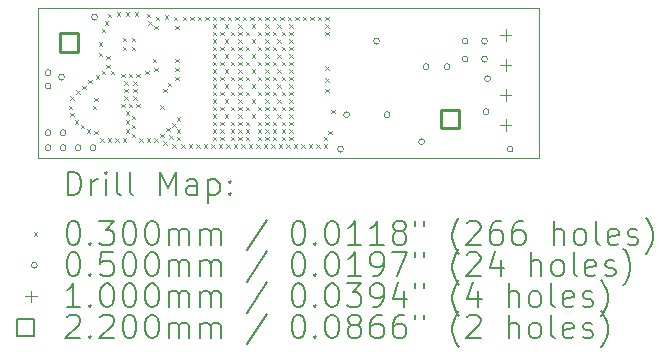
<source format=gbr>
%TF.GenerationSoftware,KiCad,Pcbnew,(6.0.9)*%
%TF.CreationDate,2022-12-24T19:37:18+02:00*%
%TF.ProjectId,GPSBoard,47505342-6f61-4726-942e-6b696361645f,rev?*%
%TF.SameCoordinates,Original*%
%TF.FileFunction,Drillmap*%
%TF.FilePolarity,Positive*%
%FSLAX45Y45*%
G04 Gerber Fmt 4.5, Leading zero omitted, Abs format (unit mm)*
G04 Created by KiCad (PCBNEW (6.0.9)) date 2022-12-24 19:37:18*
%MOMM*%
%LPD*%
G01*
G04 APERTURE LIST*
%ADD10C,0.050000*%
%ADD11C,0.200000*%
%ADD12C,0.030000*%
%ADD13C,0.100000*%
%ADD14C,0.220000*%
G04 APERTURE END LIST*
D10*
X7073900Y-6223000D02*
X11315700Y-6223000D01*
X11315700Y-6223000D02*
X11315700Y-7493000D01*
X11315700Y-7493000D02*
X7073900Y-7493000D01*
X7073900Y-7493000D02*
X7073900Y-6223000D01*
D11*
D12*
X7339100Y-7047000D02*
X7369100Y-7077000D01*
X7369100Y-7047000D02*
X7339100Y-7077000D01*
X7351000Y-6970000D02*
X7381000Y-7000000D01*
X7381000Y-6970000D02*
X7351000Y-7000000D01*
X7351000Y-7109700D02*
X7381000Y-7139700D01*
X7381000Y-7109700D02*
X7351000Y-7139700D01*
X7389100Y-7173200D02*
X7419100Y-7203200D01*
X7419100Y-7173200D02*
X7389100Y-7203200D01*
X7401800Y-6919200D02*
X7431800Y-6949200D01*
X7431800Y-6919200D02*
X7401800Y-6949200D01*
X7439900Y-7211300D02*
X7469900Y-7241300D01*
X7469900Y-7211300D02*
X7439900Y-7241300D01*
X7452600Y-6881100D02*
X7482600Y-6911100D01*
X7482600Y-6881100D02*
X7452600Y-6911100D01*
X7490700Y-7249400D02*
X7520700Y-7279400D01*
X7520700Y-7249400D02*
X7490700Y-7279400D01*
X7503400Y-6830300D02*
X7533400Y-6860300D01*
X7533400Y-6830300D02*
X7503400Y-6860300D01*
X7540700Y-7047000D02*
X7570700Y-7077000D01*
X7570700Y-7047000D02*
X7540700Y-7077000D01*
X7554200Y-6982700D02*
X7584200Y-7012700D01*
X7584200Y-6982700D02*
X7554200Y-7012700D01*
X7554200Y-7262100D02*
X7584200Y-7292100D01*
X7584200Y-7262100D02*
X7554200Y-7292100D01*
X7566900Y-6792200D02*
X7596900Y-6822200D01*
X7596900Y-6792200D02*
X7566900Y-6822200D01*
X7592300Y-6512800D02*
X7622300Y-6542800D01*
X7622300Y-6512800D02*
X7592300Y-6542800D01*
X7592300Y-6601700D02*
X7622300Y-6631700D01*
X7622300Y-6601700D02*
X7592300Y-6631700D01*
X7605000Y-7325600D02*
X7635000Y-7355600D01*
X7635000Y-7325600D02*
X7605000Y-7355600D01*
X7617700Y-6398500D02*
X7647700Y-6428500D01*
X7647700Y-6398500D02*
X7617700Y-6428500D01*
X7617700Y-6754100D02*
X7647700Y-6784100D01*
X7647700Y-6754100D02*
X7617700Y-6784100D01*
X7643100Y-6335000D02*
X7673100Y-6365000D01*
X7673100Y-6335000D02*
X7643100Y-6365000D01*
X7655800Y-6627100D02*
X7685800Y-6657100D01*
X7685800Y-6627100D02*
X7655800Y-6657100D01*
X7655800Y-6703300D02*
X7685800Y-6733300D01*
X7685800Y-6703300D02*
X7655800Y-6733300D01*
X7668500Y-6271500D02*
X7698500Y-6301500D01*
X7698500Y-6271500D02*
X7668500Y-6301500D01*
X7668500Y-7325600D02*
X7698500Y-7355600D01*
X7698500Y-7325600D02*
X7668500Y-7355600D01*
X7693900Y-6754100D02*
X7723900Y-6784100D01*
X7723900Y-6754100D02*
X7693900Y-6784100D01*
X7732000Y-7325600D02*
X7762000Y-7355600D01*
X7762000Y-7325600D02*
X7732000Y-7355600D01*
X7744700Y-6258800D02*
X7774700Y-6288800D01*
X7774700Y-6258800D02*
X7744700Y-6288800D01*
X7782800Y-6779500D02*
X7812800Y-6809500D01*
X7812800Y-6779500D02*
X7782800Y-6809500D01*
X7782800Y-7033500D02*
X7812800Y-7063500D01*
X7812800Y-7033500D02*
X7782800Y-7063500D01*
X7795500Y-6474700D02*
X7825500Y-6504700D01*
X7825500Y-6474700D02*
X7795500Y-6504700D01*
X7795500Y-6550900D02*
X7825500Y-6580900D01*
X7825500Y-6550900D02*
X7795500Y-6580900D01*
X7795500Y-7325600D02*
X7825500Y-7355600D01*
X7825500Y-7325600D02*
X7795500Y-7355600D01*
X7808200Y-6843000D02*
X7838200Y-6873000D01*
X7838200Y-6843000D02*
X7808200Y-6873000D01*
X7808200Y-6906500D02*
X7838200Y-6936500D01*
X7838200Y-6906500D02*
X7808200Y-6936500D01*
X7808200Y-6970000D02*
X7838200Y-7000000D01*
X7838200Y-6970000D02*
X7808200Y-7000000D01*
X7820900Y-6258800D02*
X7850900Y-6288800D01*
X7850900Y-6258800D02*
X7820900Y-6288800D01*
X7820900Y-7097000D02*
X7850900Y-7127000D01*
X7850900Y-7097000D02*
X7820900Y-7127000D01*
X7820900Y-7173200D02*
X7850900Y-7203200D01*
X7850900Y-7173200D02*
X7820900Y-7203200D01*
X7820900Y-7249400D02*
X7850900Y-7279400D01*
X7850900Y-7249400D02*
X7820900Y-7279400D01*
X7846300Y-6779500D02*
X7876300Y-6809500D01*
X7876300Y-6779500D02*
X7846300Y-6809500D01*
X7846300Y-7033500D02*
X7876300Y-7063500D01*
X7876300Y-7033500D02*
X7846300Y-7063500D01*
X7871700Y-6474700D02*
X7901700Y-6504700D01*
X7901700Y-6474700D02*
X7871700Y-6504700D01*
X7871700Y-6550900D02*
X7901700Y-6580900D01*
X7901700Y-6550900D02*
X7871700Y-6580900D01*
X7871700Y-7135100D02*
X7901700Y-7165100D01*
X7901700Y-7135100D02*
X7871700Y-7165100D01*
X7871700Y-7211300D02*
X7901700Y-7241300D01*
X7901700Y-7211300D02*
X7871700Y-7241300D01*
X7871700Y-7287500D02*
X7901700Y-7317500D01*
X7901700Y-7287500D02*
X7871700Y-7317500D01*
X7884400Y-6843000D02*
X7914400Y-6873000D01*
X7914400Y-6843000D02*
X7884400Y-6873000D01*
X7884400Y-6906500D02*
X7914400Y-6936500D01*
X7914400Y-6906500D02*
X7884400Y-6936500D01*
X7884400Y-6970000D02*
X7914400Y-7000000D01*
X7914400Y-6970000D02*
X7884400Y-7000000D01*
X7897100Y-6258800D02*
X7927100Y-6288800D01*
X7927100Y-6258800D02*
X7897100Y-6288800D01*
X7909800Y-6779500D02*
X7939800Y-6809500D01*
X7939800Y-6779500D02*
X7909800Y-6809500D01*
X7909800Y-7033500D02*
X7939800Y-7063500D01*
X7939800Y-7033500D02*
X7909800Y-7063500D01*
X7935200Y-7325600D02*
X7965200Y-7355600D01*
X7965200Y-7325600D02*
X7935200Y-7355600D01*
X7986000Y-6754100D02*
X8016000Y-6784100D01*
X8016000Y-6754100D02*
X7986000Y-6784100D01*
X7998700Y-6271500D02*
X8028700Y-6301500D01*
X8028700Y-6271500D02*
X7998700Y-6301500D01*
X7998700Y-7325600D02*
X8028700Y-7355600D01*
X8028700Y-7325600D02*
X7998700Y-7355600D01*
X8011400Y-6335000D02*
X8041400Y-6365000D01*
X8041400Y-6335000D02*
X8011400Y-6365000D01*
X8049500Y-6652500D02*
X8079500Y-6682500D01*
X8079500Y-6652500D02*
X8049500Y-6682500D01*
X8062200Y-6373100D02*
X8092200Y-6403100D01*
X8092200Y-6373100D02*
X8062200Y-6403100D01*
X8062200Y-6728700D02*
X8092200Y-6758700D01*
X8092200Y-6728700D02*
X8062200Y-6758700D01*
X8062200Y-7325600D02*
X8092200Y-7355600D01*
X8092200Y-7325600D02*
X8062200Y-7355600D01*
X8074900Y-6296900D02*
X8104900Y-6326900D01*
X8104900Y-6296900D02*
X8074900Y-6326900D01*
X8113000Y-7046200D02*
X8143000Y-7076200D01*
X8143000Y-7046200D02*
X8113000Y-7076200D01*
X8113000Y-7287500D02*
X8143000Y-7317500D01*
X8143000Y-7287500D02*
X8113000Y-7317500D01*
X8138400Y-6906500D02*
X8168400Y-6936500D01*
X8168400Y-6906500D02*
X8138400Y-6936500D01*
X8138400Y-7351000D02*
X8168400Y-7381000D01*
X8168400Y-7351000D02*
X8138400Y-7381000D01*
X8151100Y-6284200D02*
X8181100Y-6314200D01*
X8181100Y-6284200D02*
X8151100Y-6314200D01*
X8163800Y-7236700D02*
X8193800Y-7266700D01*
X8193800Y-7236700D02*
X8163800Y-7266700D01*
X8176500Y-6855700D02*
X8206500Y-6885700D01*
X8206500Y-6855700D02*
X8176500Y-6885700D01*
X8189200Y-7300200D02*
X8219200Y-7330200D01*
X8219200Y-7300200D02*
X8189200Y-7330200D01*
X8214600Y-7198600D02*
X8244600Y-7228600D01*
X8244600Y-7198600D02*
X8214600Y-7228600D01*
X8214600Y-7376400D02*
X8244600Y-7406400D01*
X8244600Y-7376400D02*
X8214600Y-7406400D01*
X8227300Y-6296900D02*
X8257300Y-6326900D01*
X8257300Y-6296900D02*
X8227300Y-6326900D01*
X8240000Y-6373100D02*
X8270000Y-6403100D01*
X8270000Y-6373100D02*
X8240000Y-6403100D01*
X8240000Y-6652500D02*
X8270000Y-6682500D01*
X8270000Y-6652500D02*
X8240000Y-6682500D01*
X8240000Y-6728700D02*
X8270000Y-6758700D01*
X8270000Y-6728700D02*
X8240000Y-6758700D01*
X8240000Y-6804900D02*
X8270000Y-6834900D01*
X8270000Y-6804900D02*
X8240000Y-6834900D01*
X8252700Y-7147800D02*
X8282700Y-7177800D01*
X8282700Y-7147800D02*
X8252700Y-7177800D01*
X8252700Y-7249400D02*
X8282700Y-7279400D01*
X8282700Y-7249400D02*
X8252700Y-7279400D01*
X8252700Y-7312900D02*
X8282700Y-7342900D01*
X8282700Y-7312900D02*
X8252700Y-7342900D01*
X8290800Y-7376400D02*
X8320800Y-7406400D01*
X8320800Y-7376400D02*
X8290800Y-7406400D01*
X8303500Y-6296900D02*
X8333500Y-6326900D01*
X8333500Y-6296900D02*
X8303500Y-6326900D01*
X8354300Y-7376400D02*
X8384300Y-7406400D01*
X8384300Y-7376400D02*
X8354300Y-7406400D01*
X8367000Y-6296900D02*
X8397000Y-6326900D01*
X8397000Y-6296900D02*
X8367000Y-6326900D01*
X8417800Y-7376400D02*
X8447800Y-7406400D01*
X8447800Y-7376400D02*
X8417800Y-7406400D01*
X8430500Y-6296900D02*
X8460500Y-6326900D01*
X8460500Y-6296900D02*
X8430500Y-6326900D01*
X8481300Y-7376400D02*
X8511300Y-7406400D01*
X8511300Y-7376400D02*
X8481300Y-7406400D01*
X8494000Y-6296900D02*
X8524000Y-6326900D01*
X8524000Y-6296900D02*
X8494000Y-6326900D01*
X8544800Y-7376400D02*
X8574800Y-7406400D01*
X8574800Y-7376400D02*
X8544800Y-7406400D01*
X8557500Y-6296900D02*
X8587500Y-6326900D01*
X8587500Y-6296900D02*
X8557500Y-6326900D01*
X8557500Y-6360400D02*
X8587500Y-6390400D01*
X8587500Y-6360400D02*
X8557500Y-6390400D01*
X8557500Y-6423900D02*
X8587500Y-6453900D01*
X8587500Y-6423900D02*
X8557500Y-6453900D01*
X8557500Y-6487400D02*
X8587500Y-6517400D01*
X8587500Y-6487400D02*
X8557500Y-6517400D01*
X8557500Y-6550900D02*
X8587500Y-6580900D01*
X8587500Y-6550900D02*
X8557500Y-6580900D01*
X8557500Y-6614400D02*
X8587500Y-6644400D01*
X8587500Y-6614400D02*
X8557500Y-6644400D01*
X8557500Y-6677900D02*
X8587500Y-6707900D01*
X8587500Y-6677900D02*
X8557500Y-6707900D01*
X8557500Y-6741400D02*
X8587500Y-6771400D01*
X8587500Y-6741400D02*
X8557500Y-6771400D01*
X8557500Y-6804900D02*
X8587500Y-6834900D01*
X8587500Y-6804900D02*
X8557500Y-6834900D01*
X8557500Y-6868400D02*
X8587500Y-6898400D01*
X8587500Y-6868400D02*
X8557500Y-6898400D01*
X8557500Y-6931900D02*
X8587500Y-6961900D01*
X8587500Y-6931900D02*
X8557500Y-6961900D01*
X8557500Y-6995400D02*
X8587500Y-7025400D01*
X8587500Y-6995400D02*
X8557500Y-7025400D01*
X8557500Y-7058900D02*
X8587500Y-7088900D01*
X8587500Y-7058900D02*
X8557500Y-7088900D01*
X8557500Y-7122400D02*
X8587500Y-7152400D01*
X8587500Y-7122400D02*
X8557500Y-7152400D01*
X8557500Y-7185900D02*
X8587500Y-7215900D01*
X8587500Y-7185900D02*
X8557500Y-7215900D01*
X8557500Y-7249400D02*
X8587500Y-7279400D01*
X8587500Y-7249400D02*
X8557500Y-7279400D01*
X8557500Y-7312900D02*
X8587500Y-7342900D01*
X8587500Y-7312900D02*
X8557500Y-7342900D01*
X8608300Y-7376400D02*
X8638300Y-7406400D01*
X8638300Y-7376400D02*
X8608300Y-7406400D01*
X8621000Y-6296900D02*
X8651000Y-6326900D01*
X8651000Y-6296900D02*
X8621000Y-6326900D01*
X8621000Y-6423900D02*
X8651000Y-6453900D01*
X8651000Y-6423900D02*
X8621000Y-6453900D01*
X8621000Y-6550900D02*
X8651000Y-6580900D01*
X8651000Y-6550900D02*
X8621000Y-6580900D01*
X8621000Y-6677900D02*
X8651000Y-6707900D01*
X8651000Y-6677900D02*
X8621000Y-6707900D01*
X8621000Y-6804900D02*
X8651000Y-6834900D01*
X8651000Y-6804900D02*
X8621000Y-6834900D01*
X8621000Y-6931900D02*
X8651000Y-6961900D01*
X8651000Y-6931900D02*
X8621000Y-6961900D01*
X8621000Y-7058900D02*
X8651000Y-7088900D01*
X8651000Y-7058900D02*
X8621000Y-7088900D01*
X8621000Y-7185900D02*
X8651000Y-7215900D01*
X8651000Y-7185900D02*
X8621000Y-7215900D01*
X8621000Y-7249400D02*
X8651000Y-7279400D01*
X8651000Y-7249400D02*
X8621000Y-7279400D01*
X8621000Y-7312900D02*
X8651000Y-7342900D01*
X8651000Y-7312900D02*
X8621000Y-7342900D01*
X8659100Y-6360400D02*
X8689100Y-6390400D01*
X8689100Y-6360400D02*
X8659100Y-6390400D01*
X8659100Y-6487400D02*
X8689100Y-6517400D01*
X8689100Y-6487400D02*
X8659100Y-6517400D01*
X8659100Y-6614400D02*
X8689100Y-6644400D01*
X8689100Y-6614400D02*
X8659100Y-6644400D01*
X8659100Y-6741400D02*
X8689100Y-6771400D01*
X8689100Y-6741400D02*
X8659100Y-6771400D01*
X8659100Y-6868400D02*
X8689100Y-6898400D01*
X8689100Y-6868400D02*
X8659100Y-6898400D01*
X8659100Y-6995400D02*
X8689100Y-7025400D01*
X8689100Y-6995400D02*
X8659100Y-7025400D01*
X8659100Y-7122400D02*
X8689100Y-7152400D01*
X8689100Y-7122400D02*
X8659100Y-7152400D01*
X8671800Y-7376400D02*
X8701800Y-7406400D01*
X8701800Y-7376400D02*
X8671800Y-7406400D01*
X8684500Y-6296900D02*
X8714500Y-6326900D01*
X8714500Y-6296900D02*
X8684500Y-6326900D01*
X8709900Y-6423900D02*
X8739900Y-6453900D01*
X8739900Y-6423900D02*
X8709900Y-6453900D01*
X8709900Y-6550900D02*
X8739900Y-6580900D01*
X8739900Y-6550900D02*
X8709900Y-6580900D01*
X8709900Y-6677900D02*
X8739900Y-6707900D01*
X8739900Y-6677900D02*
X8709900Y-6707900D01*
X8709900Y-6804900D02*
X8739900Y-6834900D01*
X8739900Y-6804900D02*
X8709900Y-6834900D01*
X8709900Y-6931900D02*
X8739900Y-6961900D01*
X8739900Y-6931900D02*
X8709900Y-6961900D01*
X8709900Y-7058900D02*
X8739900Y-7088900D01*
X8739900Y-7058900D02*
X8709900Y-7088900D01*
X8709900Y-7185900D02*
X8739900Y-7215900D01*
X8739900Y-7185900D02*
X8709900Y-7215900D01*
X8709900Y-7249400D02*
X8739900Y-7279400D01*
X8739900Y-7249400D02*
X8709900Y-7279400D01*
X8709900Y-7312900D02*
X8739900Y-7342900D01*
X8739900Y-7312900D02*
X8709900Y-7342900D01*
X8735300Y-7376400D02*
X8765300Y-7406400D01*
X8765300Y-7376400D02*
X8735300Y-7406400D01*
X8748000Y-6296900D02*
X8778000Y-6326900D01*
X8778000Y-6296900D02*
X8748000Y-6326900D01*
X8773400Y-6360400D02*
X8803400Y-6390400D01*
X8803400Y-6360400D02*
X8773400Y-6390400D01*
X8773400Y-6423900D02*
X8803400Y-6453900D01*
X8803400Y-6423900D02*
X8773400Y-6453900D01*
X8773400Y-6487400D02*
X8803400Y-6517400D01*
X8803400Y-6487400D02*
X8773400Y-6517400D01*
X8773400Y-6550900D02*
X8803400Y-6580900D01*
X8803400Y-6550900D02*
X8773400Y-6580900D01*
X8773400Y-6614400D02*
X8803400Y-6644400D01*
X8803400Y-6614400D02*
X8773400Y-6644400D01*
X8773400Y-6677900D02*
X8803400Y-6707900D01*
X8803400Y-6677900D02*
X8773400Y-6707900D01*
X8773400Y-6741400D02*
X8803400Y-6771400D01*
X8803400Y-6741400D02*
X8773400Y-6771400D01*
X8773400Y-6804900D02*
X8803400Y-6834900D01*
X8803400Y-6804900D02*
X8773400Y-6834900D01*
X8773400Y-6868400D02*
X8803400Y-6898400D01*
X8803400Y-6868400D02*
X8773400Y-6898400D01*
X8773400Y-6931900D02*
X8803400Y-6961900D01*
X8803400Y-6931900D02*
X8773400Y-6961900D01*
X8773400Y-6995400D02*
X8803400Y-7025400D01*
X8803400Y-6995400D02*
X8773400Y-7025400D01*
X8773400Y-7058900D02*
X8803400Y-7088900D01*
X8803400Y-7058900D02*
X8773400Y-7088900D01*
X8773400Y-7122400D02*
X8803400Y-7152400D01*
X8803400Y-7122400D02*
X8773400Y-7152400D01*
X8773400Y-7185900D02*
X8803400Y-7215900D01*
X8803400Y-7185900D02*
X8773400Y-7215900D01*
X8773400Y-7249400D02*
X8803400Y-7279400D01*
X8803400Y-7249400D02*
X8773400Y-7279400D01*
X8773400Y-7312900D02*
X8803400Y-7342900D01*
X8803400Y-7312900D02*
X8773400Y-7342900D01*
X8798800Y-7376400D02*
X8828800Y-7406400D01*
X8828800Y-7376400D02*
X8798800Y-7406400D01*
X8811500Y-6296900D02*
X8841500Y-6326900D01*
X8841500Y-6296900D02*
X8811500Y-6326900D01*
X8836900Y-6423900D02*
X8866900Y-6453900D01*
X8866900Y-6423900D02*
X8836900Y-6453900D01*
X8836900Y-6550900D02*
X8866900Y-6580900D01*
X8866900Y-6550900D02*
X8836900Y-6580900D01*
X8836900Y-6677900D02*
X8866900Y-6707900D01*
X8866900Y-6677900D02*
X8836900Y-6707900D01*
X8836900Y-6804900D02*
X8866900Y-6834900D01*
X8866900Y-6804900D02*
X8836900Y-6834900D01*
X8836900Y-6931900D02*
X8866900Y-6961900D01*
X8866900Y-6931900D02*
X8836900Y-6961900D01*
X8836900Y-7058900D02*
X8866900Y-7088900D01*
X8866900Y-7058900D02*
X8836900Y-7088900D01*
X8836900Y-7185900D02*
X8866900Y-7215900D01*
X8866900Y-7185900D02*
X8836900Y-7215900D01*
X8836900Y-7249400D02*
X8866900Y-7279400D01*
X8866900Y-7249400D02*
X8836900Y-7279400D01*
X8836900Y-7312900D02*
X8866900Y-7342900D01*
X8866900Y-7312900D02*
X8836900Y-7342900D01*
X8862300Y-7376400D02*
X8892300Y-7406400D01*
X8892300Y-7376400D02*
X8862300Y-7406400D01*
X8875000Y-6296900D02*
X8905000Y-6326900D01*
X8905000Y-6296900D02*
X8875000Y-6326900D01*
X8887700Y-6360400D02*
X8917700Y-6390400D01*
X8917700Y-6360400D02*
X8887700Y-6390400D01*
X8887700Y-6487400D02*
X8917700Y-6517400D01*
X8917700Y-6487400D02*
X8887700Y-6517400D01*
X8887700Y-6614400D02*
X8917700Y-6644400D01*
X8917700Y-6614400D02*
X8887700Y-6644400D01*
X8887700Y-6741400D02*
X8917700Y-6771400D01*
X8917700Y-6741400D02*
X8887700Y-6771400D01*
X8887700Y-6868400D02*
X8917700Y-6898400D01*
X8917700Y-6868400D02*
X8887700Y-6898400D01*
X8887700Y-6995400D02*
X8917700Y-7025400D01*
X8917700Y-6995400D02*
X8887700Y-7025400D01*
X8887700Y-7122400D02*
X8917700Y-7152400D01*
X8917700Y-7122400D02*
X8887700Y-7152400D01*
X8925800Y-7376400D02*
X8955800Y-7406400D01*
X8955800Y-7376400D02*
X8925800Y-7406400D01*
X8938500Y-6296900D02*
X8968500Y-6326900D01*
X8968500Y-6296900D02*
X8938500Y-6326900D01*
X8938500Y-6423900D02*
X8968500Y-6453900D01*
X8968500Y-6423900D02*
X8938500Y-6453900D01*
X8938500Y-6550900D02*
X8968500Y-6580900D01*
X8968500Y-6550900D02*
X8938500Y-6580900D01*
X8938500Y-6677900D02*
X8968500Y-6707900D01*
X8968500Y-6677900D02*
X8938500Y-6707900D01*
X8938500Y-6804900D02*
X8968500Y-6834900D01*
X8968500Y-6804900D02*
X8938500Y-6834900D01*
X8938500Y-6931900D02*
X8968500Y-6961900D01*
X8968500Y-6931900D02*
X8938500Y-6961900D01*
X8938500Y-7058900D02*
X8968500Y-7088900D01*
X8968500Y-7058900D02*
X8938500Y-7088900D01*
X8938500Y-7185900D02*
X8968500Y-7215900D01*
X8968500Y-7185900D02*
X8938500Y-7215900D01*
X8938500Y-7249400D02*
X8968500Y-7279400D01*
X8968500Y-7249400D02*
X8938500Y-7279400D01*
X8938500Y-7312900D02*
X8968500Y-7342900D01*
X8968500Y-7312900D02*
X8938500Y-7342900D01*
X8989300Y-7376400D02*
X9019300Y-7406400D01*
X9019300Y-7376400D02*
X8989300Y-7406400D01*
X9002000Y-6296900D02*
X9032000Y-6326900D01*
X9032000Y-6296900D02*
X9002000Y-6326900D01*
X9002000Y-6360400D02*
X9032000Y-6390400D01*
X9032000Y-6360400D02*
X9002000Y-6390400D01*
X9002000Y-6423900D02*
X9032000Y-6453900D01*
X9032000Y-6423900D02*
X9002000Y-6453900D01*
X9002000Y-6487400D02*
X9032000Y-6517400D01*
X9032000Y-6487400D02*
X9002000Y-6517400D01*
X9002000Y-6550900D02*
X9032000Y-6580900D01*
X9032000Y-6550900D02*
X9002000Y-6580900D01*
X9002000Y-6614400D02*
X9032000Y-6644400D01*
X9032000Y-6614400D02*
X9002000Y-6644400D01*
X9002000Y-6677900D02*
X9032000Y-6707900D01*
X9032000Y-6677900D02*
X9002000Y-6707900D01*
X9002000Y-6741400D02*
X9032000Y-6771400D01*
X9032000Y-6741400D02*
X9002000Y-6771400D01*
X9002000Y-6804900D02*
X9032000Y-6834900D01*
X9032000Y-6804900D02*
X9002000Y-6834900D01*
X9002000Y-6868400D02*
X9032000Y-6898400D01*
X9032000Y-6868400D02*
X9002000Y-6898400D01*
X9002000Y-6931900D02*
X9032000Y-6961900D01*
X9032000Y-6931900D02*
X9002000Y-6961900D01*
X9002000Y-6995400D02*
X9032000Y-7025400D01*
X9032000Y-6995400D02*
X9002000Y-7025400D01*
X9002000Y-7058900D02*
X9032000Y-7088900D01*
X9032000Y-7058900D02*
X9002000Y-7088900D01*
X9002000Y-7122400D02*
X9032000Y-7152400D01*
X9032000Y-7122400D02*
X9002000Y-7152400D01*
X9002000Y-7185900D02*
X9032000Y-7215900D01*
X9032000Y-7185900D02*
X9002000Y-7215900D01*
X9002000Y-7249400D02*
X9032000Y-7279400D01*
X9032000Y-7249400D02*
X9002000Y-7279400D01*
X9002000Y-7312900D02*
X9032000Y-7342900D01*
X9032000Y-7312900D02*
X9002000Y-7342900D01*
X9052800Y-7376400D02*
X9082800Y-7406400D01*
X9082800Y-7376400D02*
X9052800Y-7406400D01*
X9065500Y-6296900D02*
X9095500Y-6326900D01*
X9095500Y-6296900D02*
X9065500Y-6326900D01*
X9065500Y-6423900D02*
X9095500Y-6453900D01*
X9095500Y-6423900D02*
X9065500Y-6453900D01*
X9065500Y-6550900D02*
X9095500Y-6580900D01*
X9095500Y-6550900D02*
X9065500Y-6580900D01*
X9065500Y-6677900D02*
X9095500Y-6707900D01*
X9095500Y-6677900D02*
X9065500Y-6707900D01*
X9065500Y-6804900D02*
X9095500Y-6834900D01*
X9095500Y-6804900D02*
X9065500Y-6834900D01*
X9065500Y-6931900D02*
X9095500Y-6961900D01*
X9095500Y-6931900D02*
X9065500Y-6961900D01*
X9065500Y-7058900D02*
X9095500Y-7088900D01*
X9095500Y-7058900D02*
X9065500Y-7088900D01*
X9065500Y-7185900D02*
X9095500Y-7215900D01*
X9095500Y-7185900D02*
X9065500Y-7215900D01*
X9065500Y-7249400D02*
X9095500Y-7279400D01*
X9095500Y-7249400D02*
X9065500Y-7279400D01*
X9065500Y-7312900D02*
X9095500Y-7342900D01*
X9095500Y-7312900D02*
X9065500Y-7342900D01*
X9103600Y-6360400D02*
X9133600Y-6390400D01*
X9133600Y-6360400D02*
X9103600Y-6390400D01*
X9103600Y-6487400D02*
X9133600Y-6517400D01*
X9133600Y-6487400D02*
X9103600Y-6517400D01*
X9103600Y-6614400D02*
X9133600Y-6644400D01*
X9133600Y-6614400D02*
X9103600Y-6644400D01*
X9103600Y-6741400D02*
X9133600Y-6771400D01*
X9133600Y-6741400D02*
X9103600Y-6771400D01*
X9103600Y-6868400D02*
X9133600Y-6898400D01*
X9133600Y-6868400D02*
X9103600Y-6898400D01*
X9103600Y-6995400D02*
X9133600Y-7025400D01*
X9133600Y-6995400D02*
X9103600Y-7025400D01*
X9103600Y-7122400D02*
X9133600Y-7152400D01*
X9133600Y-7122400D02*
X9103600Y-7152400D01*
X9116300Y-7376400D02*
X9146300Y-7406400D01*
X9146300Y-7376400D02*
X9116300Y-7406400D01*
X9129000Y-6296900D02*
X9159000Y-6326900D01*
X9159000Y-6296900D02*
X9129000Y-6326900D01*
X9141700Y-6423900D02*
X9171700Y-6453900D01*
X9171700Y-6423900D02*
X9141700Y-6453900D01*
X9141700Y-6550900D02*
X9171700Y-6580900D01*
X9171700Y-6550900D02*
X9141700Y-6580900D01*
X9141700Y-6677900D02*
X9171700Y-6707900D01*
X9171700Y-6677900D02*
X9141700Y-6707900D01*
X9141700Y-6804900D02*
X9171700Y-6834900D01*
X9171700Y-6804900D02*
X9141700Y-6834900D01*
X9141700Y-6931900D02*
X9171700Y-6961900D01*
X9171700Y-6931900D02*
X9141700Y-6961900D01*
X9141700Y-7058900D02*
X9171700Y-7088900D01*
X9171700Y-7058900D02*
X9141700Y-7088900D01*
X9141700Y-7185900D02*
X9171700Y-7215900D01*
X9171700Y-7185900D02*
X9141700Y-7215900D01*
X9141700Y-7249400D02*
X9171700Y-7279400D01*
X9171700Y-7249400D02*
X9141700Y-7279400D01*
X9141700Y-7312900D02*
X9171700Y-7342900D01*
X9171700Y-7312900D02*
X9141700Y-7342900D01*
X9179800Y-7376400D02*
X9209800Y-7406400D01*
X9209800Y-7376400D02*
X9179800Y-7406400D01*
X9192500Y-6296900D02*
X9222500Y-6326900D01*
X9222500Y-6296900D02*
X9192500Y-6326900D01*
X9205200Y-6360400D02*
X9235200Y-6390400D01*
X9235200Y-6360400D02*
X9205200Y-6390400D01*
X9205200Y-6423900D02*
X9235200Y-6453900D01*
X9235200Y-6423900D02*
X9205200Y-6453900D01*
X9205200Y-6487400D02*
X9235200Y-6517400D01*
X9235200Y-6487400D02*
X9205200Y-6517400D01*
X9205200Y-6550900D02*
X9235200Y-6580900D01*
X9235200Y-6550900D02*
X9205200Y-6580900D01*
X9205200Y-6614400D02*
X9235200Y-6644400D01*
X9235200Y-6614400D02*
X9205200Y-6644400D01*
X9205200Y-6677900D02*
X9235200Y-6707900D01*
X9235200Y-6677900D02*
X9205200Y-6707900D01*
X9205200Y-6741400D02*
X9235200Y-6771400D01*
X9235200Y-6741400D02*
X9205200Y-6771400D01*
X9205200Y-6804900D02*
X9235200Y-6834900D01*
X9235200Y-6804900D02*
X9205200Y-6834900D01*
X9205200Y-6868400D02*
X9235200Y-6898400D01*
X9235200Y-6868400D02*
X9205200Y-6898400D01*
X9205200Y-6931900D02*
X9235200Y-6961900D01*
X9235200Y-6931900D02*
X9205200Y-6961900D01*
X9205200Y-6995400D02*
X9235200Y-7025400D01*
X9235200Y-6995400D02*
X9205200Y-7025400D01*
X9205200Y-7058900D02*
X9235200Y-7088900D01*
X9235200Y-7058900D02*
X9205200Y-7088900D01*
X9205200Y-7122400D02*
X9235200Y-7152400D01*
X9235200Y-7122400D02*
X9205200Y-7152400D01*
X9205200Y-7185900D02*
X9235200Y-7215900D01*
X9235200Y-7185900D02*
X9205200Y-7215900D01*
X9205200Y-7249400D02*
X9235200Y-7279400D01*
X9235200Y-7249400D02*
X9205200Y-7279400D01*
X9205200Y-7312900D02*
X9235200Y-7342900D01*
X9235200Y-7312900D02*
X9205200Y-7342900D01*
X9243300Y-7376400D02*
X9273300Y-7406400D01*
X9273300Y-7376400D02*
X9243300Y-7406400D01*
X9256000Y-6296900D02*
X9286000Y-6326900D01*
X9286000Y-6296900D02*
X9256000Y-6326900D01*
X9306800Y-7376400D02*
X9336800Y-7406400D01*
X9336800Y-7376400D02*
X9306800Y-7406400D01*
X9319500Y-6296900D02*
X9349500Y-6326900D01*
X9349500Y-6296900D02*
X9319500Y-6326900D01*
X9370300Y-7376400D02*
X9400300Y-7406400D01*
X9400300Y-7376400D02*
X9370300Y-7406400D01*
X9383000Y-6296900D02*
X9413000Y-6326900D01*
X9413000Y-6296900D02*
X9383000Y-6326900D01*
X9433800Y-7376400D02*
X9463800Y-7406400D01*
X9463800Y-7376400D02*
X9433800Y-7406400D01*
X9446500Y-6296900D02*
X9476500Y-6326900D01*
X9476500Y-6296900D02*
X9446500Y-6326900D01*
X9497300Y-7312900D02*
X9527300Y-7342900D01*
X9527300Y-7312900D02*
X9497300Y-7342900D01*
X9497300Y-7376400D02*
X9527300Y-7406400D01*
X9527300Y-7376400D02*
X9497300Y-7406400D01*
X9510000Y-6296900D02*
X9540000Y-6326900D01*
X9540000Y-6296900D02*
X9510000Y-6326900D01*
X9510000Y-6360400D02*
X9540000Y-6390400D01*
X9540000Y-6360400D02*
X9510000Y-6390400D01*
X9510000Y-6423900D02*
X9540000Y-6453900D01*
X9540000Y-6423900D02*
X9510000Y-6453900D01*
X9510000Y-6716000D02*
X9540000Y-6746000D01*
X9540000Y-6716000D02*
X9510000Y-6746000D01*
X9510000Y-6817600D02*
X9540000Y-6847600D01*
X9540000Y-6817600D02*
X9510000Y-6847600D01*
X9510000Y-6906500D02*
X9540000Y-6936500D01*
X9540000Y-6906500D02*
X9510000Y-6936500D01*
X9535400Y-7262100D02*
X9565400Y-7292100D01*
X9565400Y-7262100D02*
X9535400Y-7292100D01*
X9560800Y-7084300D02*
X9590800Y-7114300D01*
X9590800Y-7084300D02*
X9560800Y-7114300D01*
D10*
X7187800Y-6769100D02*
G75*
G03*
X7187800Y-6769100I-25000J0D01*
G01*
X7187800Y-6883400D02*
G75*
G03*
X7187800Y-6883400I-25000J0D01*
G01*
X7187800Y-7277100D02*
G75*
G03*
X7187800Y-7277100I-25000J0D01*
G01*
X7187800Y-7404100D02*
G75*
G03*
X7187800Y-7404100I-25000J0D01*
G01*
X7302100Y-6807200D02*
G75*
G03*
X7302100Y-6807200I-25000J0D01*
G01*
X7314800Y-7277100D02*
G75*
G03*
X7314800Y-7277100I-25000J0D01*
G01*
X7314800Y-7404100D02*
G75*
G03*
X7314800Y-7404100I-25000J0D01*
G01*
X7441800Y-7404100D02*
G75*
G03*
X7441800Y-7404100I-25000J0D01*
G01*
X7568800Y-7404100D02*
G75*
G03*
X7568800Y-7404100I-25000J0D01*
G01*
X7581500Y-6299200D02*
G75*
G03*
X7581500Y-6299200I-25000J0D01*
G01*
X9664300Y-7416800D02*
G75*
G03*
X9664300Y-7416800I-25000J0D01*
G01*
X9715100Y-7124700D02*
G75*
G03*
X9715100Y-7124700I-25000J0D01*
G01*
X9969100Y-6502400D02*
G75*
G03*
X9969100Y-6502400I-25000J0D01*
G01*
X10058000Y-7124700D02*
G75*
G03*
X10058000Y-7124700I-25000J0D01*
G01*
X10350100Y-7353300D02*
G75*
G03*
X10350100Y-7353300I-25000J0D01*
G01*
X10388200Y-6718300D02*
G75*
G03*
X10388200Y-6718300I-25000J0D01*
G01*
X10566000Y-6718300D02*
G75*
G03*
X10566000Y-6718300I-25000J0D01*
G01*
X10718400Y-6502400D02*
G75*
G03*
X10718400Y-6502400I-25000J0D01*
G01*
X10718400Y-6654800D02*
G75*
G03*
X10718400Y-6654800I-25000J0D01*
G01*
X10883500Y-6502400D02*
G75*
G03*
X10883500Y-6502400I-25000J0D01*
G01*
X10883500Y-6654800D02*
G75*
G03*
X10883500Y-6654800I-25000J0D01*
G01*
X10896200Y-7099300D02*
G75*
G03*
X10896200Y-7099300I-25000J0D01*
G01*
X10908900Y-6819900D02*
G75*
G03*
X10908900Y-6819900I-25000J0D01*
G01*
X11099400Y-7416800D02*
G75*
G03*
X11099400Y-7416800I-25000J0D01*
G01*
D13*
X11036300Y-6401600D02*
X11036300Y-6501600D01*
X10986300Y-6451600D02*
X11086300Y-6451600D01*
X11036300Y-6655600D02*
X11036300Y-6755600D01*
X10986300Y-6705600D02*
X11086300Y-6705600D01*
X11036300Y-6909600D02*
X11036300Y-7009600D01*
X10986300Y-6959600D02*
X11086300Y-6959600D01*
X11036300Y-7163600D02*
X11036300Y-7263600D01*
X10986300Y-7213600D02*
X11086300Y-7213600D01*
D14*
X7418382Y-6592882D02*
X7418382Y-6437317D01*
X7262817Y-6437317D01*
X7262817Y-6592882D01*
X7418382Y-6592882D01*
X10644183Y-7240582D02*
X10644183Y-7085017D01*
X10488618Y-7085017D01*
X10488618Y-7240582D01*
X10644183Y-7240582D01*
D11*
X7329019Y-7805976D02*
X7329019Y-7605976D01*
X7376638Y-7605976D01*
X7405209Y-7615500D01*
X7424257Y-7634548D01*
X7433781Y-7653595D01*
X7443305Y-7691690D01*
X7443305Y-7720262D01*
X7433781Y-7758357D01*
X7424257Y-7777405D01*
X7405209Y-7796452D01*
X7376638Y-7805976D01*
X7329019Y-7805976D01*
X7529019Y-7805976D02*
X7529019Y-7672643D01*
X7529019Y-7710738D02*
X7538543Y-7691690D01*
X7548067Y-7682167D01*
X7567114Y-7672643D01*
X7586162Y-7672643D01*
X7652828Y-7805976D02*
X7652828Y-7672643D01*
X7652828Y-7605976D02*
X7643305Y-7615500D01*
X7652828Y-7625024D01*
X7662352Y-7615500D01*
X7652828Y-7605976D01*
X7652828Y-7625024D01*
X7776638Y-7805976D02*
X7757590Y-7796452D01*
X7748067Y-7777405D01*
X7748067Y-7605976D01*
X7881400Y-7805976D02*
X7862352Y-7796452D01*
X7852828Y-7777405D01*
X7852828Y-7605976D01*
X8109971Y-7805976D02*
X8109971Y-7605976D01*
X8176638Y-7748833D01*
X8243305Y-7605976D01*
X8243305Y-7805976D01*
X8424257Y-7805976D02*
X8424257Y-7701214D01*
X8414733Y-7682167D01*
X8395686Y-7672643D01*
X8357590Y-7672643D01*
X8338543Y-7682167D01*
X8424257Y-7796452D02*
X8405210Y-7805976D01*
X8357590Y-7805976D01*
X8338543Y-7796452D01*
X8329019Y-7777405D01*
X8329019Y-7758357D01*
X8338543Y-7739309D01*
X8357590Y-7729786D01*
X8405210Y-7729786D01*
X8424257Y-7720262D01*
X8519495Y-7672643D02*
X8519495Y-7872643D01*
X8519495Y-7682167D02*
X8538543Y-7672643D01*
X8576638Y-7672643D01*
X8595686Y-7682167D01*
X8605210Y-7691690D01*
X8614733Y-7710738D01*
X8614733Y-7767881D01*
X8605210Y-7786928D01*
X8595686Y-7796452D01*
X8576638Y-7805976D01*
X8538543Y-7805976D01*
X8519495Y-7796452D01*
X8700448Y-7786928D02*
X8709971Y-7796452D01*
X8700448Y-7805976D01*
X8690924Y-7796452D01*
X8700448Y-7786928D01*
X8700448Y-7805976D01*
X8700448Y-7682167D02*
X8709971Y-7691690D01*
X8700448Y-7701214D01*
X8690924Y-7691690D01*
X8700448Y-7682167D01*
X8700448Y-7701214D01*
D12*
X7041400Y-8120500D02*
X7071400Y-8150500D01*
X7071400Y-8120500D02*
X7041400Y-8150500D01*
D11*
X7367114Y-8025976D02*
X7386162Y-8025976D01*
X7405209Y-8035500D01*
X7414733Y-8045024D01*
X7424257Y-8064071D01*
X7433781Y-8102167D01*
X7433781Y-8149786D01*
X7424257Y-8187881D01*
X7414733Y-8206928D01*
X7405209Y-8216452D01*
X7386162Y-8225976D01*
X7367114Y-8225976D01*
X7348067Y-8216452D01*
X7338543Y-8206928D01*
X7329019Y-8187881D01*
X7319495Y-8149786D01*
X7319495Y-8102167D01*
X7329019Y-8064071D01*
X7338543Y-8045024D01*
X7348067Y-8035500D01*
X7367114Y-8025976D01*
X7519495Y-8206928D02*
X7529019Y-8216452D01*
X7519495Y-8225976D01*
X7509971Y-8216452D01*
X7519495Y-8206928D01*
X7519495Y-8225976D01*
X7595686Y-8025976D02*
X7719495Y-8025976D01*
X7652828Y-8102167D01*
X7681400Y-8102167D01*
X7700448Y-8111690D01*
X7709971Y-8121214D01*
X7719495Y-8140262D01*
X7719495Y-8187881D01*
X7709971Y-8206928D01*
X7700448Y-8216452D01*
X7681400Y-8225976D01*
X7624257Y-8225976D01*
X7605209Y-8216452D01*
X7595686Y-8206928D01*
X7843305Y-8025976D02*
X7862352Y-8025976D01*
X7881400Y-8035500D01*
X7890924Y-8045024D01*
X7900448Y-8064071D01*
X7909971Y-8102167D01*
X7909971Y-8149786D01*
X7900448Y-8187881D01*
X7890924Y-8206928D01*
X7881400Y-8216452D01*
X7862352Y-8225976D01*
X7843305Y-8225976D01*
X7824257Y-8216452D01*
X7814733Y-8206928D01*
X7805209Y-8187881D01*
X7795686Y-8149786D01*
X7795686Y-8102167D01*
X7805209Y-8064071D01*
X7814733Y-8045024D01*
X7824257Y-8035500D01*
X7843305Y-8025976D01*
X8033781Y-8025976D02*
X8052828Y-8025976D01*
X8071876Y-8035500D01*
X8081400Y-8045024D01*
X8090924Y-8064071D01*
X8100448Y-8102167D01*
X8100448Y-8149786D01*
X8090924Y-8187881D01*
X8081400Y-8206928D01*
X8071876Y-8216452D01*
X8052828Y-8225976D01*
X8033781Y-8225976D01*
X8014733Y-8216452D01*
X8005209Y-8206928D01*
X7995686Y-8187881D01*
X7986162Y-8149786D01*
X7986162Y-8102167D01*
X7995686Y-8064071D01*
X8005209Y-8045024D01*
X8014733Y-8035500D01*
X8033781Y-8025976D01*
X8186162Y-8225976D02*
X8186162Y-8092643D01*
X8186162Y-8111690D02*
X8195686Y-8102167D01*
X8214733Y-8092643D01*
X8243305Y-8092643D01*
X8262352Y-8102167D01*
X8271876Y-8121214D01*
X8271876Y-8225976D01*
X8271876Y-8121214D02*
X8281400Y-8102167D01*
X8300448Y-8092643D01*
X8329019Y-8092643D01*
X8348067Y-8102167D01*
X8357590Y-8121214D01*
X8357590Y-8225976D01*
X8452829Y-8225976D02*
X8452829Y-8092643D01*
X8452829Y-8111690D02*
X8462352Y-8102167D01*
X8481400Y-8092643D01*
X8509971Y-8092643D01*
X8529019Y-8102167D01*
X8538543Y-8121214D01*
X8538543Y-8225976D01*
X8538543Y-8121214D02*
X8548067Y-8102167D01*
X8567114Y-8092643D01*
X8595686Y-8092643D01*
X8614733Y-8102167D01*
X8624257Y-8121214D01*
X8624257Y-8225976D01*
X9014733Y-8016452D02*
X8843305Y-8273595D01*
X9271876Y-8025976D02*
X9290924Y-8025976D01*
X9309971Y-8035500D01*
X9319495Y-8045024D01*
X9329019Y-8064071D01*
X9338543Y-8102167D01*
X9338543Y-8149786D01*
X9329019Y-8187881D01*
X9319495Y-8206928D01*
X9309971Y-8216452D01*
X9290924Y-8225976D01*
X9271876Y-8225976D01*
X9252829Y-8216452D01*
X9243305Y-8206928D01*
X9233781Y-8187881D01*
X9224257Y-8149786D01*
X9224257Y-8102167D01*
X9233781Y-8064071D01*
X9243305Y-8045024D01*
X9252829Y-8035500D01*
X9271876Y-8025976D01*
X9424257Y-8206928D02*
X9433781Y-8216452D01*
X9424257Y-8225976D01*
X9414733Y-8216452D01*
X9424257Y-8206928D01*
X9424257Y-8225976D01*
X9557590Y-8025976D02*
X9576638Y-8025976D01*
X9595686Y-8035500D01*
X9605210Y-8045024D01*
X9614733Y-8064071D01*
X9624257Y-8102167D01*
X9624257Y-8149786D01*
X9614733Y-8187881D01*
X9605210Y-8206928D01*
X9595686Y-8216452D01*
X9576638Y-8225976D01*
X9557590Y-8225976D01*
X9538543Y-8216452D01*
X9529019Y-8206928D01*
X9519495Y-8187881D01*
X9509971Y-8149786D01*
X9509971Y-8102167D01*
X9519495Y-8064071D01*
X9529019Y-8045024D01*
X9538543Y-8035500D01*
X9557590Y-8025976D01*
X9814733Y-8225976D02*
X9700448Y-8225976D01*
X9757590Y-8225976D02*
X9757590Y-8025976D01*
X9738543Y-8054548D01*
X9719495Y-8073595D01*
X9700448Y-8083119D01*
X10005210Y-8225976D02*
X9890924Y-8225976D01*
X9948067Y-8225976D02*
X9948067Y-8025976D01*
X9929019Y-8054548D01*
X9909971Y-8073595D01*
X9890924Y-8083119D01*
X10119495Y-8111690D02*
X10100448Y-8102167D01*
X10090924Y-8092643D01*
X10081400Y-8073595D01*
X10081400Y-8064071D01*
X10090924Y-8045024D01*
X10100448Y-8035500D01*
X10119495Y-8025976D01*
X10157590Y-8025976D01*
X10176638Y-8035500D01*
X10186162Y-8045024D01*
X10195686Y-8064071D01*
X10195686Y-8073595D01*
X10186162Y-8092643D01*
X10176638Y-8102167D01*
X10157590Y-8111690D01*
X10119495Y-8111690D01*
X10100448Y-8121214D01*
X10090924Y-8130738D01*
X10081400Y-8149786D01*
X10081400Y-8187881D01*
X10090924Y-8206928D01*
X10100448Y-8216452D01*
X10119495Y-8225976D01*
X10157590Y-8225976D01*
X10176638Y-8216452D01*
X10186162Y-8206928D01*
X10195686Y-8187881D01*
X10195686Y-8149786D01*
X10186162Y-8130738D01*
X10176638Y-8121214D01*
X10157590Y-8111690D01*
X10271876Y-8025976D02*
X10271876Y-8064071D01*
X10348067Y-8025976D02*
X10348067Y-8064071D01*
X10643305Y-8302167D02*
X10633781Y-8292643D01*
X10614733Y-8264071D01*
X10605210Y-8245024D01*
X10595686Y-8216452D01*
X10586162Y-8168833D01*
X10586162Y-8130738D01*
X10595686Y-8083119D01*
X10605210Y-8054548D01*
X10614733Y-8035500D01*
X10633781Y-8006928D01*
X10643305Y-7997405D01*
X10709971Y-8045024D02*
X10719495Y-8035500D01*
X10738543Y-8025976D01*
X10786162Y-8025976D01*
X10805210Y-8035500D01*
X10814733Y-8045024D01*
X10824257Y-8064071D01*
X10824257Y-8083119D01*
X10814733Y-8111690D01*
X10700448Y-8225976D01*
X10824257Y-8225976D01*
X10995686Y-8025976D02*
X10957590Y-8025976D01*
X10938543Y-8035500D01*
X10929019Y-8045024D01*
X10909971Y-8073595D01*
X10900448Y-8111690D01*
X10900448Y-8187881D01*
X10909971Y-8206928D01*
X10919495Y-8216452D01*
X10938543Y-8225976D01*
X10976638Y-8225976D01*
X10995686Y-8216452D01*
X11005210Y-8206928D01*
X11014733Y-8187881D01*
X11014733Y-8140262D01*
X11005210Y-8121214D01*
X10995686Y-8111690D01*
X10976638Y-8102167D01*
X10938543Y-8102167D01*
X10919495Y-8111690D01*
X10909971Y-8121214D01*
X10900448Y-8140262D01*
X11186162Y-8025976D02*
X11148067Y-8025976D01*
X11129019Y-8035500D01*
X11119495Y-8045024D01*
X11100448Y-8073595D01*
X11090924Y-8111690D01*
X11090924Y-8187881D01*
X11100448Y-8206928D01*
X11109971Y-8216452D01*
X11129019Y-8225976D01*
X11167114Y-8225976D01*
X11186162Y-8216452D01*
X11195686Y-8206928D01*
X11205209Y-8187881D01*
X11205209Y-8140262D01*
X11195686Y-8121214D01*
X11186162Y-8111690D01*
X11167114Y-8102167D01*
X11129019Y-8102167D01*
X11109971Y-8111690D01*
X11100448Y-8121214D01*
X11090924Y-8140262D01*
X11443305Y-8225976D02*
X11443305Y-8025976D01*
X11529019Y-8225976D02*
X11529019Y-8121214D01*
X11519495Y-8102167D01*
X11500448Y-8092643D01*
X11471876Y-8092643D01*
X11452828Y-8102167D01*
X11443305Y-8111690D01*
X11652828Y-8225976D02*
X11633781Y-8216452D01*
X11624257Y-8206928D01*
X11614733Y-8187881D01*
X11614733Y-8130738D01*
X11624257Y-8111690D01*
X11633781Y-8102167D01*
X11652828Y-8092643D01*
X11681400Y-8092643D01*
X11700448Y-8102167D01*
X11709971Y-8111690D01*
X11719495Y-8130738D01*
X11719495Y-8187881D01*
X11709971Y-8206928D01*
X11700448Y-8216452D01*
X11681400Y-8225976D01*
X11652828Y-8225976D01*
X11833781Y-8225976D02*
X11814733Y-8216452D01*
X11805209Y-8197405D01*
X11805209Y-8025976D01*
X11986162Y-8216452D02*
X11967114Y-8225976D01*
X11929019Y-8225976D01*
X11909971Y-8216452D01*
X11900448Y-8197405D01*
X11900448Y-8121214D01*
X11909971Y-8102167D01*
X11929019Y-8092643D01*
X11967114Y-8092643D01*
X11986162Y-8102167D01*
X11995686Y-8121214D01*
X11995686Y-8140262D01*
X11900448Y-8159309D01*
X12071876Y-8216452D02*
X12090924Y-8225976D01*
X12129019Y-8225976D01*
X12148067Y-8216452D01*
X12157590Y-8197405D01*
X12157590Y-8187881D01*
X12148067Y-8168833D01*
X12129019Y-8159309D01*
X12100448Y-8159309D01*
X12081400Y-8149786D01*
X12071876Y-8130738D01*
X12071876Y-8121214D01*
X12081400Y-8102167D01*
X12100448Y-8092643D01*
X12129019Y-8092643D01*
X12148067Y-8102167D01*
X12224257Y-8302167D02*
X12233781Y-8292643D01*
X12252828Y-8264071D01*
X12262352Y-8245024D01*
X12271876Y-8216452D01*
X12281400Y-8168833D01*
X12281400Y-8130738D01*
X12271876Y-8083119D01*
X12262352Y-8054548D01*
X12252828Y-8035500D01*
X12233781Y-8006928D01*
X12224257Y-7997405D01*
D10*
X7071400Y-8399500D02*
G75*
G03*
X7071400Y-8399500I-25000J0D01*
G01*
D11*
X7367114Y-8289976D02*
X7386162Y-8289976D01*
X7405209Y-8299500D01*
X7414733Y-8309024D01*
X7424257Y-8328071D01*
X7433781Y-8366167D01*
X7433781Y-8413786D01*
X7424257Y-8451881D01*
X7414733Y-8470929D01*
X7405209Y-8480452D01*
X7386162Y-8489976D01*
X7367114Y-8489976D01*
X7348067Y-8480452D01*
X7338543Y-8470929D01*
X7329019Y-8451881D01*
X7319495Y-8413786D01*
X7319495Y-8366167D01*
X7329019Y-8328071D01*
X7338543Y-8309024D01*
X7348067Y-8299500D01*
X7367114Y-8289976D01*
X7519495Y-8470929D02*
X7529019Y-8480452D01*
X7519495Y-8489976D01*
X7509971Y-8480452D01*
X7519495Y-8470929D01*
X7519495Y-8489976D01*
X7709971Y-8289976D02*
X7614733Y-8289976D01*
X7605209Y-8385214D01*
X7614733Y-8375690D01*
X7633781Y-8366167D01*
X7681400Y-8366167D01*
X7700448Y-8375690D01*
X7709971Y-8385214D01*
X7719495Y-8404262D01*
X7719495Y-8451881D01*
X7709971Y-8470929D01*
X7700448Y-8480452D01*
X7681400Y-8489976D01*
X7633781Y-8489976D01*
X7614733Y-8480452D01*
X7605209Y-8470929D01*
X7843305Y-8289976D02*
X7862352Y-8289976D01*
X7881400Y-8299500D01*
X7890924Y-8309024D01*
X7900448Y-8328071D01*
X7909971Y-8366167D01*
X7909971Y-8413786D01*
X7900448Y-8451881D01*
X7890924Y-8470929D01*
X7881400Y-8480452D01*
X7862352Y-8489976D01*
X7843305Y-8489976D01*
X7824257Y-8480452D01*
X7814733Y-8470929D01*
X7805209Y-8451881D01*
X7795686Y-8413786D01*
X7795686Y-8366167D01*
X7805209Y-8328071D01*
X7814733Y-8309024D01*
X7824257Y-8299500D01*
X7843305Y-8289976D01*
X8033781Y-8289976D02*
X8052828Y-8289976D01*
X8071876Y-8299500D01*
X8081400Y-8309024D01*
X8090924Y-8328071D01*
X8100448Y-8366167D01*
X8100448Y-8413786D01*
X8090924Y-8451881D01*
X8081400Y-8470929D01*
X8071876Y-8480452D01*
X8052828Y-8489976D01*
X8033781Y-8489976D01*
X8014733Y-8480452D01*
X8005209Y-8470929D01*
X7995686Y-8451881D01*
X7986162Y-8413786D01*
X7986162Y-8366167D01*
X7995686Y-8328071D01*
X8005209Y-8309024D01*
X8014733Y-8299500D01*
X8033781Y-8289976D01*
X8186162Y-8489976D02*
X8186162Y-8356643D01*
X8186162Y-8375690D02*
X8195686Y-8366167D01*
X8214733Y-8356643D01*
X8243305Y-8356643D01*
X8262352Y-8366167D01*
X8271876Y-8385214D01*
X8271876Y-8489976D01*
X8271876Y-8385214D02*
X8281400Y-8366167D01*
X8300448Y-8356643D01*
X8329019Y-8356643D01*
X8348067Y-8366167D01*
X8357590Y-8385214D01*
X8357590Y-8489976D01*
X8452829Y-8489976D02*
X8452829Y-8356643D01*
X8452829Y-8375690D02*
X8462352Y-8366167D01*
X8481400Y-8356643D01*
X8509971Y-8356643D01*
X8529019Y-8366167D01*
X8538543Y-8385214D01*
X8538543Y-8489976D01*
X8538543Y-8385214D02*
X8548067Y-8366167D01*
X8567114Y-8356643D01*
X8595686Y-8356643D01*
X8614733Y-8366167D01*
X8624257Y-8385214D01*
X8624257Y-8489976D01*
X9014733Y-8280452D02*
X8843305Y-8537595D01*
X9271876Y-8289976D02*
X9290924Y-8289976D01*
X9309971Y-8299500D01*
X9319495Y-8309024D01*
X9329019Y-8328071D01*
X9338543Y-8366167D01*
X9338543Y-8413786D01*
X9329019Y-8451881D01*
X9319495Y-8470929D01*
X9309971Y-8480452D01*
X9290924Y-8489976D01*
X9271876Y-8489976D01*
X9252829Y-8480452D01*
X9243305Y-8470929D01*
X9233781Y-8451881D01*
X9224257Y-8413786D01*
X9224257Y-8366167D01*
X9233781Y-8328071D01*
X9243305Y-8309024D01*
X9252829Y-8299500D01*
X9271876Y-8289976D01*
X9424257Y-8470929D02*
X9433781Y-8480452D01*
X9424257Y-8489976D01*
X9414733Y-8480452D01*
X9424257Y-8470929D01*
X9424257Y-8489976D01*
X9557590Y-8289976D02*
X9576638Y-8289976D01*
X9595686Y-8299500D01*
X9605210Y-8309024D01*
X9614733Y-8328071D01*
X9624257Y-8366167D01*
X9624257Y-8413786D01*
X9614733Y-8451881D01*
X9605210Y-8470929D01*
X9595686Y-8480452D01*
X9576638Y-8489976D01*
X9557590Y-8489976D01*
X9538543Y-8480452D01*
X9529019Y-8470929D01*
X9519495Y-8451881D01*
X9509971Y-8413786D01*
X9509971Y-8366167D01*
X9519495Y-8328071D01*
X9529019Y-8309024D01*
X9538543Y-8299500D01*
X9557590Y-8289976D01*
X9814733Y-8489976D02*
X9700448Y-8489976D01*
X9757590Y-8489976D02*
X9757590Y-8289976D01*
X9738543Y-8318548D01*
X9719495Y-8337595D01*
X9700448Y-8347119D01*
X9909971Y-8489976D02*
X9948067Y-8489976D01*
X9967114Y-8480452D01*
X9976638Y-8470929D01*
X9995686Y-8442357D01*
X10005210Y-8404262D01*
X10005210Y-8328071D01*
X9995686Y-8309024D01*
X9986162Y-8299500D01*
X9967114Y-8289976D01*
X9929019Y-8289976D01*
X9909971Y-8299500D01*
X9900448Y-8309024D01*
X9890924Y-8328071D01*
X9890924Y-8375690D01*
X9900448Y-8394738D01*
X9909971Y-8404262D01*
X9929019Y-8413786D01*
X9967114Y-8413786D01*
X9986162Y-8404262D01*
X9995686Y-8394738D01*
X10005210Y-8375690D01*
X10071876Y-8289976D02*
X10205210Y-8289976D01*
X10119495Y-8489976D01*
X10271876Y-8289976D02*
X10271876Y-8328071D01*
X10348067Y-8289976D02*
X10348067Y-8328071D01*
X10643305Y-8566167D02*
X10633781Y-8556643D01*
X10614733Y-8528071D01*
X10605210Y-8509024D01*
X10595686Y-8480452D01*
X10586162Y-8432833D01*
X10586162Y-8394738D01*
X10595686Y-8347119D01*
X10605210Y-8318548D01*
X10614733Y-8299500D01*
X10633781Y-8270928D01*
X10643305Y-8261405D01*
X10709971Y-8309024D02*
X10719495Y-8299500D01*
X10738543Y-8289976D01*
X10786162Y-8289976D01*
X10805210Y-8299500D01*
X10814733Y-8309024D01*
X10824257Y-8328071D01*
X10824257Y-8347119D01*
X10814733Y-8375690D01*
X10700448Y-8489976D01*
X10824257Y-8489976D01*
X10995686Y-8356643D02*
X10995686Y-8489976D01*
X10948067Y-8280452D02*
X10900448Y-8423310D01*
X11024257Y-8423310D01*
X11252828Y-8489976D02*
X11252828Y-8289976D01*
X11338543Y-8489976D02*
X11338543Y-8385214D01*
X11329019Y-8366167D01*
X11309971Y-8356643D01*
X11281400Y-8356643D01*
X11262352Y-8366167D01*
X11252828Y-8375690D01*
X11462352Y-8489976D02*
X11443305Y-8480452D01*
X11433781Y-8470929D01*
X11424257Y-8451881D01*
X11424257Y-8394738D01*
X11433781Y-8375690D01*
X11443305Y-8366167D01*
X11462352Y-8356643D01*
X11490924Y-8356643D01*
X11509971Y-8366167D01*
X11519495Y-8375690D01*
X11529019Y-8394738D01*
X11529019Y-8451881D01*
X11519495Y-8470929D01*
X11509971Y-8480452D01*
X11490924Y-8489976D01*
X11462352Y-8489976D01*
X11643305Y-8489976D02*
X11624257Y-8480452D01*
X11614733Y-8461405D01*
X11614733Y-8289976D01*
X11795686Y-8480452D02*
X11776638Y-8489976D01*
X11738543Y-8489976D01*
X11719495Y-8480452D01*
X11709971Y-8461405D01*
X11709971Y-8385214D01*
X11719495Y-8366167D01*
X11738543Y-8356643D01*
X11776638Y-8356643D01*
X11795686Y-8366167D01*
X11805209Y-8385214D01*
X11805209Y-8404262D01*
X11709971Y-8423310D01*
X11881400Y-8480452D02*
X11900448Y-8489976D01*
X11938543Y-8489976D01*
X11957590Y-8480452D01*
X11967114Y-8461405D01*
X11967114Y-8451881D01*
X11957590Y-8432833D01*
X11938543Y-8423310D01*
X11909971Y-8423310D01*
X11890924Y-8413786D01*
X11881400Y-8394738D01*
X11881400Y-8385214D01*
X11890924Y-8366167D01*
X11909971Y-8356643D01*
X11938543Y-8356643D01*
X11957590Y-8366167D01*
X12033781Y-8566167D02*
X12043305Y-8556643D01*
X12062352Y-8528071D01*
X12071876Y-8509024D01*
X12081400Y-8480452D01*
X12090924Y-8432833D01*
X12090924Y-8394738D01*
X12081400Y-8347119D01*
X12071876Y-8318548D01*
X12062352Y-8299500D01*
X12043305Y-8270928D01*
X12033781Y-8261405D01*
D13*
X7021400Y-8613500D02*
X7021400Y-8713500D01*
X6971400Y-8663500D02*
X7071400Y-8663500D01*
D11*
X7433781Y-8753976D02*
X7319495Y-8753976D01*
X7376638Y-8753976D02*
X7376638Y-8553976D01*
X7357590Y-8582548D01*
X7338543Y-8601595D01*
X7319495Y-8611119D01*
X7519495Y-8734929D02*
X7529019Y-8744452D01*
X7519495Y-8753976D01*
X7509971Y-8744452D01*
X7519495Y-8734929D01*
X7519495Y-8753976D01*
X7652828Y-8553976D02*
X7671876Y-8553976D01*
X7690924Y-8563500D01*
X7700448Y-8573024D01*
X7709971Y-8592071D01*
X7719495Y-8630167D01*
X7719495Y-8677786D01*
X7709971Y-8715881D01*
X7700448Y-8734929D01*
X7690924Y-8744452D01*
X7671876Y-8753976D01*
X7652828Y-8753976D01*
X7633781Y-8744452D01*
X7624257Y-8734929D01*
X7614733Y-8715881D01*
X7605209Y-8677786D01*
X7605209Y-8630167D01*
X7614733Y-8592071D01*
X7624257Y-8573024D01*
X7633781Y-8563500D01*
X7652828Y-8553976D01*
X7843305Y-8553976D02*
X7862352Y-8553976D01*
X7881400Y-8563500D01*
X7890924Y-8573024D01*
X7900448Y-8592071D01*
X7909971Y-8630167D01*
X7909971Y-8677786D01*
X7900448Y-8715881D01*
X7890924Y-8734929D01*
X7881400Y-8744452D01*
X7862352Y-8753976D01*
X7843305Y-8753976D01*
X7824257Y-8744452D01*
X7814733Y-8734929D01*
X7805209Y-8715881D01*
X7795686Y-8677786D01*
X7795686Y-8630167D01*
X7805209Y-8592071D01*
X7814733Y-8573024D01*
X7824257Y-8563500D01*
X7843305Y-8553976D01*
X8033781Y-8553976D02*
X8052828Y-8553976D01*
X8071876Y-8563500D01*
X8081400Y-8573024D01*
X8090924Y-8592071D01*
X8100448Y-8630167D01*
X8100448Y-8677786D01*
X8090924Y-8715881D01*
X8081400Y-8734929D01*
X8071876Y-8744452D01*
X8052828Y-8753976D01*
X8033781Y-8753976D01*
X8014733Y-8744452D01*
X8005209Y-8734929D01*
X7995686Y-8715881D01*
X7986162Y-8677786D01*
X7986162Y-8630167D01*
X7995686Y-8592071D01*
X8005209Y-8573024D01*
X8014733Y-8563500D01*
X8033781Y-8553976D01*
X8186162Y-8753976D02*
X8186162Y-8620643D01*
X8186162Y-8639690D02*
X8195686Y-8630167D01*
X8214733Y-8620643D01*
X8243305Y-8620643D01*
X8262352Y-8630167D01*
X8271876Y-8649214D01*
X8271876Y-8753976D01*
X8271876Y-8649214D02*
X8281400Y-8630167D01*
X8300448Y-8620643D01*
X8329019Y-8620643D01*
X8348067Y-8630167D01*
X8357590Y-8649214D01*
X8357590Y-8753976D01*
X8452829Y-8753976D02*
X8452829Y-8620643D01*
X8452829Y-8639690D02*
X8462352Y-8630167D01*
X8481400Y-8620643D01*
X8509971Y-8620643D01*
X8529019Y-8630167D01*
X8538543Y-8649214D01*
X8538543Y-8753976D01*
X8538543Y-8649214D02*
X8548067Y-8630167D01*
X8567114Y-8620643D01*
X8595686Y-8620643D01*
X8614733Y-8630167D01*
X8624257Y-8649214D01*
X8624257Y-8753976D01*
X9014733Y-8544452D02*
X8843305Y-8801595D01*
X9271876Y-8553976D02*
X9290924Y-8553976D01*
X9309971Y-8563500D01*
X9319495Y-8573024D01*
X9329019Y-8592071D01*
X9338543Y-8630167D01*
X9338543Y-8677786D01*
X9329019Y-8715881D01*
X9319495Y-8734929D01*
X9309971Y-8744452D01*
X9290924Y-8753976D01*
X9271876Y-8753976D01*
X9252829Y-8744452D01*
X9243305Y-8734929D01*
X9233781Y-8715881D01*
X9224257Y-8677786D01*
X9224257Y-8630167D01*
X9233781Y-8592071D01*
X9243305Y-8573024D01*
X9252829Y-8563500D01*
X9271876Y-8553976D01*
X9424257Y-8734929D02*
X9433781Y-8744452D01*
X9424257Y-8753976D01*
X9414733Y-8744452D01*
X9424257Y-8734929D01*
X9424257Y-8753976D01*
X9557590Y-8553976D02*
X9576638Y-8553976D01*
X9595686Y-8563500D01*
X9605210Y-8573024D01*
X9614733Y-8592071D01*
X9624257Y-8630167D01*
X9624257Y-8677786D01*
X9614733Y-8715881D01*
X9605210Y-8734929D01*
X9595686Y-8744452D01*
X9576638Y-8753976D01*
X9557590Y-8753976D01*
X9538543Y-8744452D01*
X9529019Y-8734929D01*
X9519495Y-8715881D01*
X9509971Y-8677786D01*
X9509971Y-8630167D01*
X9519495Y-8592071D01*
X9529019Y-8573024D01*
X9538543Y-8563500D01*
X9557590Y-8553976D01*
X9690924Y-8553976D02*
X9814733Y-8553976D01*
X9748067Y-8630167D01*
X9776638Y-8630167D01*
X9795686Y-8639690D01*
X9805210Y-8649214D01*
X9814733Y-8668262D01*
X9814733Y-8715881D01*
X9805210Y-8734929D01*
X9795686Y-8744452D01*
X9776638Y-8753976D01*
X9719495Y-8753976D01*
X9700448Y-8744452D01*
X9690924Y-8734929D01*
X9909971Y-8753976D02*
X9948067Y-8753976D01*
X9967114Y-8744452D01*
X9976638Y-8734929D01*
X9995686Y-8706357D01*
X10005210Y-8668262D01*
X10005210Y-8592071D01*
X9995686Y-8573024D01*
X9986162Y-8563500D01*
X9967114Y-8553976D01*
X9929019Y-8553976D01*
X9909971Y-8563500D01*
X9900448Y-8573024D01*
X9890924Y-8592071D01*
X9890924Y-8639690D01*
X9900448Y-8658738D01*
X9909971Y-8668262D01*
X9929019Y-8677786D01*
X9967114Y-8677786D01*
X9986162Y-8668262D01*
X9995686Y-8658738D01*
X10005210Y-8639690D01*
X10176638Y-8620643D02*
X10176638Y-8753976D01*
X10129019Y-8544452D02*
X10081400Y-8687310D01*
X10205210Y-8687310D01*
X10271876Y-8553976D02*
X10271876Y-8592071D01*
X10348067Y-8553976D02*
X10348067Y-8592071D01*
X10643305Y-8830167D02*
X10633781Y-8820643D01*
X10614733Y-8792071D01*
X10605210Y-8773024D01*
X10595686Y-8744452D01*
X10586162Y-8696833D01*
X10586162Y-8658738D01*
X10595686Y-8611119D01*
X10605210Y-8582548D01*
X10614733Y-8563500D01*
X10633781Y-8534929D01*
X10643305Y-8525405D01*
X10805210Y-8620643D02*
X10805210Y-8753976D01*
X10757590Y-8544452D02*
X10709971Y-8687310D01*
X10833781Y-8687310D01*
X11062352Y-8753976D02*
X11062352Y-8553976D01*
X11148067Y-8753976D02*
X11148067Y-8649214D01*
X11138543Y-8630167D01*
X11119495Y-8620643D01*
X11090924Y-8620643D01*
X11071876Y-8630167D01*
X11062352Y-8639690D01*
X11271876Y-8753976D02*
X11252828Y-8744452D01*
X11243305Y-8734929D01*
X11233781Y-8715881D01*
X11233781Y-8658738D01*
X11243305Y-8639690D01*
X11252828Y-8630167D01*
X11271876Y-8620643D01*
X11300448Y-8620643D01*
X11319495Y-8630167D01*
X11329019Y-8639690D01*
X11338543Y-8658738D01*
X11338543Y-8715881D01*
X11329019Y-8734929D01*
X11319495Y-8744452D01*
X11300448Y-8753976D01*
X11271876Y-8753976D01*
X11452828Y-8753976D02*
X11433781Y-8744452D01*
X11424257Y-8725405D01*
X11424257Y-8553976D01*
X11605209Y-8744452D02*
X11586162Y-8753976D01*
X11548067Y-8753976D01*
X11529019Y-8744452D01*
X11519495Y-8725405D01*
X11519495Y-8649214D01*
X11529019Y-8630167D01*
X11548067Y-8620643D01*
X11586162Y-8620643D01*
X11605209Y-8630167D01*
X11614733Y-8649214D01*
X11614733Y-8668262D01*
X11519495Y-8687310D01*
X11690924Y-8744452D02*
X11709971Y-8753976D01*
X11748067Y-8753976D01*
X11767114Y-8744452D01*
X11776638Y-8725405D01*
X11776638Y-8715881D01*
X11767114Y-8696833D01*
X11748067Y-8687310D01*
X11719495Y-8687310D01*
X11700448Y-8677786D01*
X11690924Y-8658738D01*
X11690924Y-8649214D01*
X11700448Y-8630167D01*
X11719495Y-8620643D01*
X11748067Y-8620643D01*
X11767114Y-8630167D01*
X11843305Y-8830167D02*
X11852828Y-8820643D01*
X11871876Y-8792071D01*
X11881400Y-8773024D01*
X11890924Y-8744452D01*
X11900448Y-8696833D01*
X11900448Y-8658738D01*
X11890924Y-8611119D01*
X11881400Y-8582548D01*
X11871876Y-8563500D01*
X11852828Y-8534929D01*
X11843305Y-8525405D01*
X7042111Y-8998211D02*
X7042111Y-8856789D01*
X6900689Y-8856789D01*
X6900689Y-8998211D01*
X7042111Y-8998211D01*
X7319495Y-8837024D02*
X7329019Y-8827500D01*
X7348067Y-8817976D01*
X7395686Y-8817976D01*
X7414733Y-8827500D01*
X7424257Y-8837024D01*
X7433781Y-8856071D01*
X7433781Y-8875119D01*
X7424257Y-8903690D01*
X7309971Y-9017976D01*
X7433781Y-9017976D01*
X7519495Y-8998929D02*
X7529019Y-9008452D01*
X7519495Y-9017976D01*
X7509971Y-9008452D01*
X7519495Y-8998929D01*
X7519495Y-9017976D01*
X7605209Y-8837024D02*
X7614733Y-8827500D01*
X7633781Y-8817976D01*
X7681400Y-8817976D01*
X7700448Y-8827500D01*
X7709971Y-8837024D01*
X7719495Y-8856071D01*
X7719495Y-8875119D01*
X7709971Y-8903690D01*
X7595686Y-9017976D01*
X7719495Y-9017976D01*
X7843305Y-8817976D02*
X7862352Y-8817976D01*
X7881400Y-8827500D01*
X7890924Y-8837024D01*
X7900448Y-8856071D01*
X7909971Y-8894167D01*
X7909971Y-8941786D01*
X7900448Y-8979881D01*
X7890924Y-8998929D01*
X7881400Y-9008452D01*
X7862352Y-9017976D01*
X7843305Y-9017976D01*
X7824257Y-9008452D01*
X7814733Y-8998929D01*
X7805209Y-8979881D01*
X7795686Y-8941786D01*
X7795686Y-8894167D01*
X7805209Y-8856071D01*
X7814733Y-8837024D01*
X7824257Y-8827500D01*
X7843305Y-8817976D01*
X8033781Y-8817976D02*
X8052828Y-8817976D01*
X8071876Y-8827500D01*
X8081400Y-8837024D01*
X8090924Y-8856071D01*
X8100448Y-8894167D01*
X8100448Y-8941786D01*
X8090924Y-8979881D01*
X8081400Y-8998929D01*
X8071876Y-9008452D01*
X8052828Y-9017976D01*
X8033781Y-9017976D01*
X8014733Y-9008452D01*
X8005209Y-8998929D01*
X7995686Y-8979881D01*
X7986162Y-8941786D01*
X7986162Y-8894167D01*
X7995686Y-8856071D01*
X8005209Y-8837024D01*
X8014733Y-8827500D01*
X8033781Y-8817976D01*
X8186162Y-9017976D02*
X8186162Y-8884643D01*
X8186162Y-8903690D02*
X8195686Y-8894167D01*
X8214733Y-8884643D01*
X8243305Y-8884643D01*
X8262352Y-8894167D01*
X8271876Y-8913214D01*
X8271876Y-9017976D01*
X8271876Y-8913214D02*
X8281400Y-8894167D01*
X8300448Y-8884643D01*
X8329019Y-8884643D01*
X8348067Y-8894167D01*
X8357590Y-8913214D01*
X8357590Y-9017976D01*
X8452829Y-9017976D02*
X8452829Y-8884643D01*
X8452829Y-8903690D02*
X8462352Y-8894167D01*
X8481400Y-8884643D01*
X8509971Y-8884643D01*
X8529019Y-8894167D01*
X8538543Y-8913214D01*
X8538543Y-9017976D01*
X8538543Y-8913214D02*
X8548067Y-8894167D01*
X8567114Y-8884643D01*
X8595686Y-8884643D01*
X8614733Y-8894167D01*
X8624257Y-8913214D01*
X8624257Y-9017976D01*
X9014733Y-8808452D02*
X8843305Y-9065595D01*
X9271876Y-8817976D02*
X9290924Y-8817976D01*
X9309971Y-8827500D01*
X9319495Y-8837024D01*
X9329019Y-8856071D01*
X9338543Y-8894167D01*
X9338543Y-8941786D01*
X9329019Y-8979881D01*
X9319495Y-8998929D01*
X9309971Y-9008452D01*
X9290924Y-9017976D01*
X9271876Y-9017976D01*
X9252829Y-9008452D01*
X9243305Y-8998929D01*
X9233781Y-8979881D01*
X9224257Y-8941786D01*
X9224257Y-8894167D01*
X9233781Y-8856071D01*
X9243305Y-8837024D01*
X9252829Y-8827500D01*
X9271876Y-8817976D01*
X9424257Y-8998929D02*
X9433781Y-9008452D01*
X9424257Y-9017976D01*
X9414733Y-9008452D01*
X9424257Y-8998929D01*
X9424257Y-9017976D01*
X9557590Y-8817976D02*
X9576638Y-8817976D01*
X9595686Y-8827500D01*
X9605210Y-8837024D01*
X9614733Y-8856071D01*
X9624257Y-8894167D01*
X9624257Y-8941786D01*
X9614733Y-8979881D01*
X9605210Y-8998929D01*
X9595686Y-9008452D01*
X9576638Y-9017976D01*
X9557590Y-9017976D01*
X9538543Y-9008452D01*
X9529019Y-8998929D01*
X9519495Y-8979881D01*
X9509971Y-8941786D01*
X9509971Y-8894167D01*
X9519495Y-8856071D01*
X9529019Y-8837024D01*
X9538543Y-8827500D01*
X9557590Y-8817976D01*
X9738543Y-8903690D02*
X9719495Y-8894167D01*
X9709971Y-8884643D01*
X9700448Y-8865595D01*
X9700448Y-8856071D01*
X9709971Y-8837024D01*
X9719495Y-8827500D01*
X9738543Y-8817976D01*
X9776638Y-8817976D01*
X9795686Y-8827500D01*
X9805210Y-8837024D01*
X9814733Y-8856071D01*
X9814733Y-8865595D01*
X9805210Y-8884643D01*
X9795686Y-8894167D01*
X9776638Y-8903690D01*
X9738543Y-8903690D01*
X9719495Y-8913214D01*
X9709971Y-8922738D01*
X9700448Y-8941786D01*
X9700448Y-8979881D01*
X9709971Y-8998929D01*
X9719495Y-9008452D01*
X9738543Y-9017976D01*
X9776638Y-9017976D01*
X9795686Y-9008452D01*
X9805210Y-8998929D01*
X9814733Y-8979881D01*
X9814733Y-8941786D01*
X9805210Y-8922738D01*
X9795686Y-8913214D01*
X9776638Y-8903690D01*
X9986162Y-8817976D02*
X9948067Y-8817976D01*
X9929019Y-8827500D01*
X9919495Y-8837024D01*
X9900448Y-8865595D01*
X9890924Y-8903690D01*
X9890924Y-8979881D01*
X9900448Y-8998929D01*
X9909971Y-9008452D01*
X9929019Y-9017976D01*
X9967114Y-9017976D01*
X9986162Y-9008452D01*
X9995686Y-8998929D01*
X10005210Y-8979881D01*
X10005210Y-8932262D01*
X9995686Y-8913214D01*
X9986162Y-8903690D01*
X9967114Y-8894167D01*
X9929019Y-8894167D01*
X9909971Y-8903690D01*
X9900448Y-8913214D01*
X9890924Y-8932262D01*
X10176638Y-8817976D02*
X10138543Y-8817976D01*
X10119495Y-8827500D01*
X10109971Y-8837024D01*
X10090924Y-8865595D01*
X10081400Y-8903690D01*
X10081400Y-8979881D01*
X10090924Y-8998929D01*
X10100448Y-9008452D01*
X10119495Y-9017976D01*
X10157590Y-9017976D01*
X10176638Y-9008452D01*
X10186162Y-8998929D01*
X10195686Y-8979881D01*
X10195686Y-8932262D01*
X10186162Y-8913214D01*
X10176638Y-8903690D01*
X10157590Y-8894167D01*
X10119495Y-8894167D01*
X10100448Y-8903690D01*
X10090924Y-8913214D01*
X10081400Y-8932262D01*
X10271876Y-8817976D02*
X10271876Y-8856071D01*
X10348067Y-8817976D02*
X10348067Y-8856071D01*
X10643305Y-9094167D02*
X10633781Y-9084643D01*
X10614733Y-9056071D01*
X10605210Y-9037024D01*
X10595686Y-9008452D01*
X10586162Y-8960833D01*
X10586162Y-8922738D01*
X10595686Y-8875119D01*
X10605210Y-8846548D01*
X10614733Y-8827500D01*
X10633781Y-8798929D01*
X10643305Y-8789405D01*
X10709971Y-8837024D02*
X10719495Y-8827500D01*
X10738543Y-8817976D01*
X10786162Y-8817976D01*
X10805210Y-8827500D01*
X10814733Y-8837024D01*
X10824257Y-8856071D01*
X10824257Y-8875119D01*
X10814733Y-8903690D01*
X10700448Y-9017976D01*
X10824257Y-9017976D01*
X11062352Y-9017976D02*
X11062352Y-8817976D01*
X11148067Y-9017976D02*
X11148067Y-8913214D01*
X11138543Y-8894167D01*
X11119495Y-8884643D01*
X11090924Y-8884643D01*
X11071876Y-8894167D01*
X11062352Y-8903690D01*
X11271876Y-9017976D02*
X11252828Y-9008452D01*
X11243305Y-8998929D01*
X11233781Y-8979881D01*
X11233781Y-8922738D01*
X11243305Y-8903690D01*
X11252828Y-8894167D01*
X11271876Y-8884643D01*
X11300448Y-8884643D01*
X11319495Y-8894167D01*
X11329019Y-8903690D01*
X11338543Y-8922738D01*
X11338543Y-8979881D01*
X11329019Y-8998929D01*
X11319495Y-9008452D01*
X11300448Y-9017976D01*
X11271876Y-9017976D01*
X11452828Y-9017976D02*
X11433781Y-9008452D01*
X11424257Y-8989405D01*
X11424257Y-8817976D01*
X11605209Y-9008452D02*
X11586162Y-9017976D01*
X11548067Y-9017976D01*
X11529019Y-9008452D01*
X11519495Y-8989405D01*
X11519495Y-8913214D01*
X11529019Y-8894167D01*
X11548067Y-8884643D01*
X11586162Y-8884643D01*
X11605209Y-8894167D01*
X11614733Y-8913214D01*
X11614733Y-8932262D01*
X11519495Y-8951310D01*
X11690924Y-9008452D02*
X11709971Y-9017976D01*
X11748067Y-9017976D01*
X11767114Y-9008452D01*
X11776638Y-8989405D01*
X11776638Y-8979881D01*
X11767114Y-8960833D01*
X11748067Y-8951310D01*
X11719495Y-8951310D01*
X11700448Y-8941786D01*
X11690924Y-8922738D01*
X11690924Y-8913214D01*
X11700448Y-8894167D01*
X11719495Y-8884643D01*
X11748067Y-8884643D01*
X11767114Y-8894167D01*
X11843305Y-9094167D02*
X11852828Y-9084643D01*
X11871876Y-9056071D01*
X11881400Y-9037024D01*
X11890924Y-9008452D01*
X11900448Y-8960833D01*
X11900448Y-8922738D01*
X11890924Y-8875119D01*
X11881400Y-8846548D01*
X11871876Y-8827500D01*
X11852828Y-8798929D01*
X11843305Y-8789405D01*
M02*

</source>
